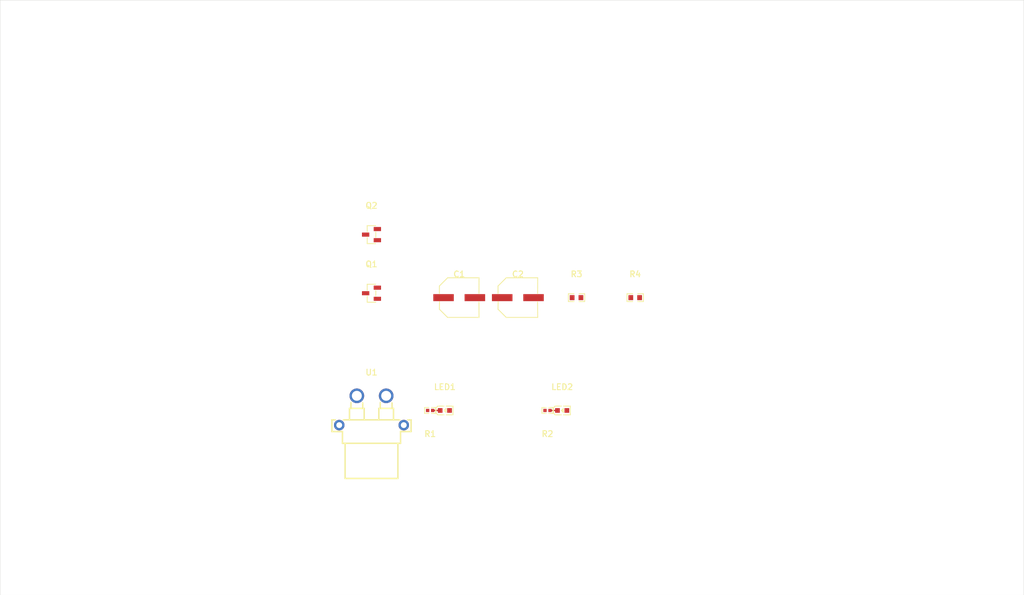
<source format=kicad_pcb>
(kicad_pcb (version 20241229) (generator "pcbnew") (generator_version "9.0")
  (layers (0 "F.Cu" signal) (2 "B.Cu" signal) (13 "F.Paste" user) (15 "B.Paste" user) (5 "F.SilkS" user "F.Silkscreen") (7 "B.SilkS" user "B.Silkscreen") (1 "F.Mask" user) (3 "B.Mask" user) (25 "Edge.Cuts" user))
  (net 0 "")
  (net 1 "footprint-cathode-0")
  (net 2 "footprint-cathode-1")
  (net 3 "_3")
  (net 4 "GND_PAD")
  (net 5 "_4")
  (net 6 "r2.cathode")
  (net 7 "r1.cathode")
  (net 8 "led1.low")
  (net 9 "VIN_PAD")
  (net 10 "led2.low")
  (footprint "Honor_Elec_RVT1V101M0607:CAP-SMD_BD6.3-L6.6-W6.6-FD" (layer "F.Cu") (at 177.75 77.75)
    (property "Reference" "C1" (at 0 -4 0) (layer "F.SilkS"))
    (property "Value" "")
    (fp_line (start -3.38 -1.98) (end -3.38 -0.69) (stroke (width 0.15)) (layer "F.SilkS"))
    (fp_line (start -3.38 1.98) (end -3.36 0.69) (stroke (width 0.15)) (layer "F.SilkS"))
    (fp_line (start -1.98 -3.38) (end -3.38 -1.98) (stroke (width 0.15)) (layer "F.SilkS"))
    (fp_line (start -1.98 3.38) (end -3.38 1.98) (stroke (width 0.15)) (layer "F.SilkS"))
    (fp_line (start 3.36 0.74) (end 3.38 3.38) (stroke (width 0.15)) (layer "F.SilkS"))
    (fp_line (start 3.37 -0.71) (end 3.38 -3.38) (stroke (width 0.15)) (layer "F.SilkS"))
    (fp_line (start 3.38 -3.38) (end -1.98 -3.38) (stroke (width 0.15)) (layer "F.SilkS"))
    (fp_line (start 3.38 3.38) (end -1.98 3.38) (stroke (width 0.15)) (layer "F.SilkS"))
    (fp_text user "${REFERENCE}" (at 0 -4 0) (layer "F.SilkS"))
    (pad "1" smd rect (at -2.67 0) (size 3.5 1.2) (layers "F.Cu" "F.Mask" "F.Paste") (net 8 "led1.low"))
    (pad "2" smd rect (at 2.67 0) (size 3.5 1.2) (layers "F.Cu" "F.Mask" "F.Paste") (net 7 "r1.cathode"))
  )
  (footprint "AMASS_XT30PW_F20_G_Y:CONN-TH_XT30PW-F-1" (layer "F.Cu") (at 162.8 97)
    (property "Reference" "U1" (at 0 -6.5 0) (layer "F.SilkS"))
    (property "Value" "")
    (fp_line (start -6.75 1.6) (end -6.75 3.6) (stroke (width 0.25)) (layer "F.SilkS"))
    (fp_line (start -6.75 3.6) (end -4.95 3.6) (stroke (width 0.25)) (layer "F.SilkS"))
    (fp_line (start -6.18 1.6) (end -6.75 1.6) (stroke (width 0.25)) (layer "F.SilkS"))
    (fp_line (start -4.95 5.6) (end -4.95 3.6) (stroke (width 0.25)) (layer "F.SilkS"))
    (fp_line (start -4.81 1.6) (end 4.82 1.6) (stroke (width 0.25)) (layer "F.SilkS"))
    (fp_line (start -4.5 11.6) (end -4.5 5.6) (stroke (width 0.25)) (layer "F.SilkS"))
    (fp_line (start -4.5 11.6) (end 4.5 11.6) (stroke (width 0.25)) (layer "F.SilkS"))
    (fp_line (start -3.75 -0.35) (end -1.25 -0.35) (stroke (width 0.25)) (layer "F.SilkS"))
    (fp_line (start -3.75 1.6) (end -3.75 -0.35) (stroke (width 0.25)) (layer "F.SilkS"))
    (fp_line (start -3.5 -0.35) (end -3.5 -1.35) (stroke (width 0.25)) (layer "F.SilkS"))
    (fp_line (start -1.5 -0.35) (end -1.5 -1.29) (stroke (width 0.25)) (layer "F.SilkS"))
    (fp_line (start -1.25 1.6) (end -1.25 -0.35) (stroke (width 0.25)) (layer "F.SilkS"))
    (fp_line (start 1.25 -0.35) (end 3.75 -0.35) (stroke (width 0.25)) (layer "F.SilkS"))
    (fp_line (start 1.25 1.6) (end 1.25 -0.35) (stroke (width 0.25)) (layer "F.SilkS"))
    (fp_line (start 1.5 -0.35) (end 1.5 -1.35) (stroke (width 0.25)) (layer "F.SilkS"))
    (fp_line (start 3.5 -0.35) (end 3.5 -1.29) (stroke (width 0.25)) (layer "F.SilkS"))
    (fp_line (start 3.75 1.6) (end 3.75 -0.35) (stroke (width 0.25)) (layer "F.SilkS"))
    (fp_line (start 4.5 11.6) (end 4.5 5.6) (stroke (width 0.25)) (layer "F.SilkS"))
    (fp_line (start 4.95 5.6) (end -4.95 5.6) (stroke (width 0.25)) (layer "F.SilkS"))
    (fp_line (start 4.95 5.6) (end 4.95 3.6) (stroke (width 0.25)) (layer "F.SilkS"))
    (fp_line (start 6.19 1.6) (end 6.75 1.6) (stroke (width 0.25)) (layer "F.SilkS"))
    (fp_line (start 6.75 1.6) (end 6.75 3.6) (stroke (width 0.25)) (layer "F.SilkS"))
    (fp_line (start 6.75 3.6) (end 4.95 3.6) (stroke (width 0.25)) (layer "F.SilkS"))
    (fp_text user "${REFERENCE}" (at 0 -6.5 0) (layer "F.SilkS"))
    (pad "1" thru_hole circle (at -2.5 -2.5) (size 2.5 2.5) (drill 1.700022) (layers "*.Cu" "*.Mask") (net 9 "VIN_PAD"))
    (pad "2" thru_hole circle (at 2.5 -2.5) (size 2.5 2.5) (drill 1.700022) (layers "*.Cu" "*.Mask") (net 4 "GND_PAD"))
    (pad "3" thru_hole circle (at 5.5 2.5) (size 1.8 1.8) (drill 0.999998) (layers "*.Cu" "*.Mask") (net 3 "_3"))
    (pad "4" thru_hole circle (at -5.5 2.5) (size 1.8 1.8) (drill 0.999998) (layers "*.Cu" "*.Mask") (net 5 "_4"))
  )
  (footprint "Honor_Elec_RVT1V101M0607:CAP-SMD_BD6.3-L6.6-W6.6-FD" (layer "F.Cu") (at 187.75 77.75)
    (property "Reference" "C2" (at 0 -4 0) (layer "F.SilkS"))
    (property "Value" "")
    (fp_line (start -3.38 -1.98) (end -3.38 -0.69) (stroke (width 0.15)) (layer "F.SilkS"))
    (fp_line (start -3.38 1.98) (end -3.36 0.69) (stroke (width 0.15)) (layer "F.SilkS"))
    (fp_line (start -1.98 -3.38) (end -3.38 -1.98) (stroke (width 0.15)) (layer "F.SilkS"))
    (fp_line (start -1.98 3.38) (end -3.38 1.98) (stroke (width 0.15)) (layer "F.SilkS"))
    (fp_line (start 3.36 0.74) (end 3.38 3.38) (stroke (width 0.15)) (layer "F.SilkS"))
    (fp_line (start 3.37 -0.71) (end 3.38 -3.38) (stroke (width 0.15)) (layer "F.SilkS"))
    (fp_line (start 3.38 -3.38) (end -1.98 -3.38) (stroke (width 0.15)) (layer "F.SilkS"))
    (fp_line (start 3.38 3.38) (end -1.98 3.38) (stroke (width 0.15)) (layer "F.SilkS"))
    (fp_text user "${REFERENCE}" (at 0 -4 0) (layer "F.SilkS"))
    (pad "1" smd rect (at -2.67 0) (size 3.5 1.2) (layers "F.Cu" "F.Mask" "F.Paste") (net 10 "led2.low"))
    (pad "2" smd rect (at 2.67 0) (size 3.5 1.2) (layers "F.Cu" "F.Mask" "F.Paste") (net 6 "r2.cathode"))
  )
  (footprint "UNI_ROYAL_0603WAF1002T5E:R0603" (layer "F.Cu") (at 207.75 77.75)
    (property "Reference" "R4" (at 0 -4 0) (layer "F.SilkS"))
    (property "Value" "10kΩ ±1% 100mW")
    (fp_line (start -1.39 -0.66) (end -0.43 -0.66) (stroke (width 0.15)) (layer "F.SilkS"))
    (fp_line (start -1.39 0.66) (end -1.39 -0.66) (stroke (width 0.15)) (layer "F.SilkS"))
    (fp_line (start -0.43 0.66) (end -1.39 0.66) (stroke (width 0.15)) (layer "F.SilkS"))
    (fp_line (start 0.43 0.66) (end 1.39 0.66) (stroke (width 0.15)) (layer "F.SilkS"))
    (fp_line (start 1.39 -0.66) (end 0.43 -0.66) (stroke (width 0.15)) (layer "F.SilkS"))
    (fp_line (start 1.39 0.66) (end 1.39 -0.66) (stroke (width 0.15)) (layer "F.SilkS"))
    (fp_text user "${REFERENCE}" (at 0 -4 0) (layer "F.SilkS"))
    (pad "1" smd rect (at -0.75 0) (size 0.81 0.86) (layers "F.Cu" "F.Mask" "F.Paste") (net 9 "VIN_PAD"))
    (pad "2" smd rect (at 0.75 0) (size 0.81 0.86) (layers "F.Cu" "F.Mask" "F.Paste") (net 6 "r2.cathode"))
  )
  (footprint "Hubei_KENTO_Elec_KT_0603R:LED0603-RD" (layer "F.Cu") (at 195.3 97)
    (property "Reference" "LED2" (at 0 -4 0) (layer "F.SilkS"))
    (property "Value" "")
    (fp_line (start -1.49 -0.45) (end -1.19 -0.75) (stroke (width 0.15)) (layer "F.SilkS"))
    (fp_line (start -1.49 -0.35) (end -1.49 -0.45) (stroke (width 0.15)) (layer "F.SilkS"))
    (fp_line (start -1.49 -0.35) (end -1.49 0.35) (stroke (width 0.15)) (layer "F.SilkS"))
    (fp_line (start -1.49 0.35) (end -1.49 0.45) (stroke (width 0.15)) (layer "F.SilkS"))
    (fp_line (start -1.49 0.45) (end -1.19 0.75) (stroke (width 0.15)) (layer "F.SilkS"))
    (fp_line (start -0.14 -0.75) (end -1.19 -0.75) (stroke (width 0.15)) (layer "F.SilkS"))
    (fp_line (start -0.14 0.75) (end -1.19 0.75) (stroke (width 0.15)) (layer "F.SilkS"))
    (fp_line (start 0.21 0.33) (end -0.12 0) (stroke (width 0.15)) (layer "F.SilkS"))
    (fp_line (start 0.22 -0.35) (end 0.22 -0.34) (stroke (width 0.15)) (layer "F.SilkS"))
    (fp_line (start 0.22 -0.35) (end 0.22 0.33) (stroke (width 0.15)) (layer "F.SilkS"))
    (fp_line (start 0.22 -0.34) (end -0.12 0) (stroke (width 0.15)) (layer "F.SilkS"))
    (fp_line (start 0.22 0) (end -0.12 0) (stroke (width 0.15)) (layer "F.SilkS"))
    (fp_line (start 0.22 0.33) (end 0.21 0.33) (stroke (width 0.15)) (layer "F.SilkS"))
    (fp_line (start 0.24 -0.75) (end 1.39 -0.75) (stroke (width 0.15)) (layer "F.SilkS"))
    (fp_line (start 0.24 0.75) (end 1.39 0.75) (stroke (width 0.15)) (layer "F.SilkS"))
    (fp_line (start 1.39 -0.75) (end 1.39 0.73) (stroke (width 0.15)) (layer "F.SilkS"))
    (fp_text user "${REFERENCE}" (at 0 -4 0) (layer "F.SilkS"))
    (pad "1" smd rect (at -0.8 0 90) (size 0.8 0.8) (layers "F.Cu" "F.Mask" "F.Paste") (net 2 "footprint-cathode-1"))
    (pad "2" smd rect (at 0.8 0 90) (size 0.8 0.8) (layers "F.Cu" "F.Mask" "F.Paste") (net 9 "VIN_PAD"))
  )
  (footprint "ST_MMBT3904:SOT-23-3_L2.9-W1.3-P1.90-LS2.4-BR" (layer "F.Cu") (at 162.8 77)
    (property "Reference" "Q1" (at 0 -4.95 0) (layer "F.SilkS"))
    (property "Value" "")
    (fp_line (start -0.73 -1.53) (end -0.73 -0.49) (stroke (width 0.15)) (layer "F.SilkS"))
    (fp_line (start -0.73 1.53) (end -0.73 0.49) (stroke (width 0.15)) (layer "F.SilkS"))
    (fp_line (start 0.73 -1.53) (end -0.73 -1.53) (stroke (width 0.15)) (layer "F.SilkS"))
    (fp_line (start 0.73 -0.46) (end 0.73 0.46) (stroke (width 0.15)) (layer "F.SilkS"))
    (fp_line (start 0.73 1.53) (end -0.73 1.53) (stroke (width 0.15)) (layer "F.SilkS"))
    (fp_text user "${REFERENCE}" (at 0 -4.95 0) (layer "F.SilkS"))
    (pad "1" smd rect (at 1 0.95) (size 1.25 0.7) (layers "F.Cu" "F.Mask" "F.Paste") (net 6 "r2.cathode"))
    (pad "2" smd rect (at 1 -0.95) (size 1.25 0.7) (layers "F.Cu" "F.Mask" "F.Paste") (net 4 "GND_PAD"))
    (pad "3" smd rect (at -1 0) (size 1.25 0.7) (layers "F.Cu" "F.Mask" "F.Paste") (net 8 "led1.low"))
  )
  (footprint "Hubei_KENTO_Elec_KT_0603R:LED0603-RD" (layer "F.Cu") (at 175.3 97)
    (property "Reference" "LED1" (at 0 -4 0) (layer "F.SilkS"))
    (property "Value" "")
    (fp_line (start -1.49 -0.45) (end -1.19 -0.75) (stroke (width 0.15)) (layer "F.SilkS"))
    (fp_line (start -1.49 -0.35) (end -1.49 -0.45) (stroke (width 0.15)) (layer "F.SilkS"))
    (fp_line (start -1.49 -0.35) (end -1.49 0.35) (stroke (width 0.15)) (layer "F.SilkS"))
    (fp_line (start -1.49 0.35) (end -1.49 0.45) (stroke (width 0.15)) (layer "F.SilkS"))
    (fp_line (start -1.49 0.45) (end -1.19 0.75) (stroke (width 0.15)) (layer "F.SilkS"))
    (fp_line (start -0.14 -0.75) (end -1.19 -0.75) (stroke (width 0.15)) (layer "F.SilkS"))
    (fp_line (start -0.14 0.75) (end -1.19 0.75) (stroke (width 0.15)) (layer "F.SilkS"))
    (fp_line (start 0.21 0.33) (end -0.12 0) (stroke (width 0.15)) (layer "F.SilkS"))
    (fp_line (start 0.22 -0.35) (end 0.22 -0.34) (stroke (width 0.15)) (layer "F.SilkS"))
    (fp_line (start 0.22 -0.35) (end 0.22 0.33) (stroke (width 0.15)) (layer "F.SilkS"))
    (fp_line (start 0.22 -0.34) (end -0.12 0) (stroke (width 0.15)) (layer "F.SilkS"))
    (fp_line (start 0.22 0) (end -0.12 0) (stroke (width 0.15)) (layer "F.SilkS"))
    (fp_line (start 0.22 0.33) (end 0.21 0.33) (stroke (width 0.15)) (layer "F.SilkS"))
    (fp_line (start 0.24 -0.75) (end 1.39 -0.75) (stroke (width 0.15)) (layer "F.SilkS"))
    (fp_line (start 0.24 0.75) (end 1.39 0.75) (stroke (width 0.15)) (layer "F.SilkS"))
    (fp_line (start 1.39 -0.75) (end 1.39 0.73) (stroke (width 0.15)) (layer "F.SilkS"))
    (fp_text user "${REFERENCE}" (at 0 -4 0) (layer "F.SilkS"))
    (pad "1" smd rect (at -0.8 0 90) (size 0.8 0.8) (layers "F.Cu" "F.Mask" "F.Paste") (net 1 "footprint-cathode-0"))
    (pad "2" smd rect (at 0.8 0 90) (size 0.8 0.8) (layers "F.Cu" "F.Mask" "F.Paste") (net 9 "VIN_PAD"))
  )
  (footprint "UNI_ROYAL_0402WGF1002TCE:R0402" (layer "F.Cu") (at 172.8 97 180)
    (property "Reference" "R1" (at 0 -4 180) (layer "F.SilkS"))
    (property "Value" "10kΩ ±1% 62.5mW")
    (fp_line (start 0.94 0.5) (end 0.94 -0.5) (stroke (width 0.15)) (layer "F.SilkS"))
    (fp_line (start 0.94 -0.5) (end 0.23 -0.5) (stroke (width 0.15)) (layer "F.SilkS"))
    (fp_line (start 0.23 0.5) (end 0.94 0.5) (stroke (width 0.15)) (layer "F.SilkS"))
    (fp_line (start -0.23 0.5) (end -0.94 0.5) (stroke (width 0.15)) (layer "F.SilkS"))
    (fp_line (start -0.94 0.5) (end -0.94 -0.5) (stroke (width 0.15)) (layer "F.SilkS"))
    (fp_line (start -0.94 -0.5) (end -0.23 -0.5) (stroke (width 0.15)) (layer "F.SilkS"))
    (fp_text user "${REFERENCE}" (at 0 -4 180) (layer "F.SilkS"))
    (pad "1" smd rect (at -0.43 0 180) (size 0.57 0.54) (layers "F.Cu" "F.Mask" "F.Paste") (net 1 "footprint-cathode-0"))
    (pad "2" smd rect (at 0.43 0 180) (size 0.57 0.54) (layers "F.Cu" "F.Mask" "F.Paste") (net 8 "led1.low"))
  )
  (footprint "UNI_ROYAL_0603WAF1003T5E:R0603" (layer "F.Cu") (at 197.75 77.75)
    (property "Reference" "R3" (at 0 -4 0) (layer "F.SilkS"))
    (property "Value" "100kΩ ±1% 100mW")
    (fp_line (start -1.39 -0.66) (end -0.43 -0.66) (stroke (width 0.15)) (layer "F.SilkS"))
    (fp_line (start -1.39 0.66) (end -1.39 -0.66) (stroke (width 0.15)) (layer "F.SilkS"))
    (fp_line (start -0.43 0.66) (end -1.39 0.66) (stroke (width 0.15)) (layer "F.SilkS"))
    (fp_line (start 0.43 0.66) (end 1.39 0.66) (stroke (width 0.15)) (layer "F.SilkS"))
    (fp_line (start 1.39 -0.66) (end 0.43 -0.66) (stroke (width 0.15)) (layer "F.SilkS"))
    (fp_line (start 1.39 0.66) (end 1.39 -0.66) (stroke (width 0.15)) (layer "F.SilkS"))
    (fp_text user "${REFERENCE}" (at 0 -4 0) (layer "F.SilkS"))
    (pad "1" smd rect (at -0.75 0) (size 0.81 0.86) (layers "F.Cu" "F.Mask" "F.Paste") (net 9 "VIN_PAD"))
    (pad "2" smd rect (at 0.75 0) (size 0.81 0.86) (layers "F.Cu" "F.Mask" "F.Paste") (net 7 "r1.cathode"))
  )
  (footprint "ST_MMBT3904:SOT-23-3_L2.9-W1.3-P1.90-LS2.4-BR" (layer "F.Cu") (at 162.8 67)
    (property "Reference" "Q2" (at 0 -4.95 0) (layer "F.SilkS"))
    (property "Value" "")
    (fp_line (start -0.73 -1.53) (end -0.73 -0.49) (stroke (width 0.15)) (layer "F.SilkS"))
    (fp_line (start -0.73 1.53) (end -0.73 0.49) (stroke (width 0.15)) (layer "F.SilkS"))
    (fp_line (start 0.73 -1.53) (end -0.73 -1.53) (stroke (width 0.15)) (layer "F.SilkS"))
    (fp_line (start 0.73 -0.46) (end 0.73 0.46) (stroke (width 0.15)) (layer "F.SilkS"))
    (fp_line (start 0.73 1.53) (end -0.73 1.53) (stroke (width 0.15)) (layer "F.SilkS"))
    (fp_text user "${REFERENCE}" (at 0 -4.95 0) (layer "F.SilkS"))
    (pad "1" smd rect (at 1 0.95) (size 1.25 0.7) (layers "F.Cu" "F.Mask" "F.Paste") (net 7 "r1.cathode"))
    (pad "2" smd rect (at 1 -0.95) (size 1.25 0.7) (layers "F.Cu" "F.Mask" "F.Paste") (net 4 "GND_PAD"))
    (pad "3" smd rect (at -1 0) (size 1.25 0.7) (layers "F.Cu" "F.Mask" "F.Paste") (net 10 "led2.low"))
  )
  (footprint "UNI_ROYAL_0402WGF1002TCE:R0402" (layer "F.Cu") (at 192.8 97 180)
    (property "Reference" "R2" (at 0 -4 180) (layer "F.SilkS"))
    (property "Value" "10kΩ ±1% 62.5mW")
    (fp_line (start 0.94 0.5) (end 0.94 -0.5) (stroke (width 0.15)) (layer "F.SilkS"))
    (fp_line (start 0.94 -0.5) (end 0.23 -0.5) (stroke (width 0.15)) (layer "F.SilkS"))
    (fp_line (start 0.23 0.5) (end 0.94 0.5) (stroke (width 0.15)) (layer "F.SilkS"))
    (fp_line (start -0.23 0.5) (end -0.94 0.5) (stroke (width 0.15)) (layer "F.SilkS"))
    (fp_line (start -0.94 0.5) (end -0.94 -0.5) (stroke (width 0.15)) (layer "F.SilkS"))
    (fp_line (start -0.94 -0.5) (end -0.23 -0.5) (stroke (width 0.15)) (layer "F.SilkS"))
    (fp_text user "${REFERENCE}" (at 0 -4 180) (layer "F.SilkS"))
    (pad "1" smd rect (at -0.43 0 180) (size 0.57 0.54) (layers "F.Cu" "F.Mask" "F.Paste") (net 2 "footprint-cathode-1"))
    (pad "2" smd rect (at 0.43 0 180) (size 0.57 0.54) (layers "F.Cu" "F.Mask" "F.Paste") (net 10 "led2.low"))
  )
  (gr_rect (start 99.5 27) (end 274 128.5) (stroke (width 0.05)) (fill no) (layer "Edge.Cuts"))
  (segment (start 173.23 97) (end 174.5 97) (width 0.2) (layer "F.Cu") (net 1))
  (segment (start 193.23 97) (end 194.5 97) (width 0.2) (layer "F.Cu") (net 2))
)
</source>
